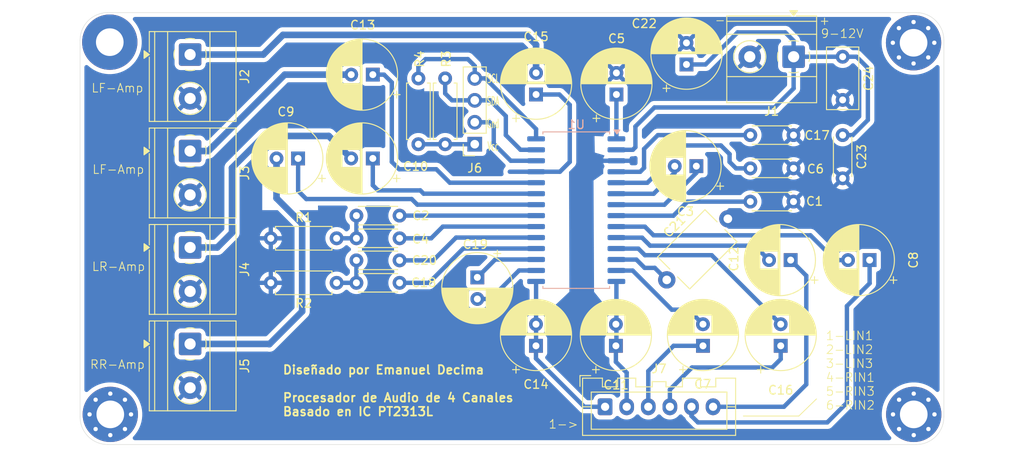
<source format=kicad_pcb>
(kicad_pcb (version 20241229) (generator "pcbnew") (generator_version "9.0")
  (layers (0 "F.Cu" signal) (2 "B.Cu" signal) (13 "F.Paste" user) (15 "B.Paste" user) (5 "F.SilkS" user "F.Silkscreen") (7 "B.SilkS" user "B.Silkscreen") (1 "F.Mask" user) (3 "B.Mask" user) (25 "Edge.Cuts" user))
  (net 0 "")
  (net 1 "GND")
  (net 2 "Net-(U1-LOUD_R)")
  (net 3 "Net-(U1-BOUT_R)")
  (net 4 "Net-(C2-Pad2)")
  (net 5 "Net-(U1-RIN)")
  (net 6 "Net-(U1-ROUT)")
  (net 7 "Net-(U1-BIN_R)")
  (net 8 "Net-(U1-REF)")
  (net 9 "Net-(U1-TREB_R)")
  (net 10 "Net-(U1-LIN3)")
  (net 11 "Net-(U1-RIN3)")
  (net 12 "Net-(U1-RROUT)")
  (net 13 "Net-(J5-Pin_1)")
  (net 14 "Net-(J4-Pin_1)")
  (net 15 "Net-(U1-LROUT)")
  (net 16 "Net-(U1-LIN2)")
  (net 17 "Net-(U1-RIN2)")
  (net 18 "Net-(J3-Pin_1)")
  (net 19 "Net-(U1-RFOUT)")
  (net 20 "Net-(U1-LIN1)")
  (net 21 "Net-(U1-LFOUT)")
  (net 22 "Net-(J2-Pin_1)")
  (net 23 "Net-(U1-RIN1)")
  (net 24 "Net-(U1-TREB_L)")
  (net 25 "Net-(U1-BIN_L)")
  (net 26 "Net-(C18-Pad2)")
  (net 27 "Net-(U1-LOUT)")
  (net 28 "Net-(U1-LIN)")
  (net 29 "Net-(U1-BOUT_L)")
  (net 30 "Net-(U1-LOUD_L)")
  (net 31 "VDD")
  (net 32 "GNDD")
  (net 33 "Net-(J6-Pin_3)")
  (net 34 "+3V3")
  (net 35 "Net-(J6-Pin_4)")
  (net 36 "/LIN3")
  (net 37 "/RIN3")
  (net 38 "/LIN2")
  (net 39 "/RIN2")
  (net 40 "/LIN1")
  (net 41 "/RIN1")
  (footprint "Capacitor_THT:C_Rect_L7.0mm_W3.5mm_P5.00mm" (layer "F.Cu") (at 167.79 45.4275 -90)
    (property "Reference" "C24" (at 2.5 -3 90) (layer "F.SilkS"))
    (property "Value" "4,7nF")
    (pad "1" thru_hole circle (at 0 0 270) (size 1.6 1.6) (drill 0.8) (layers "*.Cu" "*.Mask") (net 31 "VDD"))
    (pad "2" thru_hole circle (at 5 0 270) (size 1.6 1.6) (drill 0.8) (layers "*.Cu" "*.Mask") (net 1 "GND"))
  )
  (footprint "" (layer "F.Cu") (at 82.95 43.74)
    (property "Reference" "" (at 0 0 0) (layer "F.SilkS") (effects (font (size 1.27 1.27))))
    (property "Value" "")
    (pad "1" thru_hole circle (at 0 0) (size 6.4 6.4) (drill 3.2) (layers "*.Cu" "*.Mask"))
  )
  (footprint "Capacitor_THT:CP_Radial_D8.0mm_P2.50mm" (layer "F.Cu") (at 104.752651 57.2 180)
    (property "Reference" "C9" (at 1.41 5.4 0) (layer "F.SilkS"))
    (property "Value" "2.2uF")
    (pad "1" thru_hole rect (at 0 0 180) (size 1.6 1.6) (drill 0.8) (layers "*.Cu" "*.Mask") (net 12 "Net-(U1-RROUT)"))
    (pad "2" thru_hole circle (at 2.5 0 180) (size 1.6 1.6) (drill 0.8) (layers "*.Cu" "*.Mask") (net 13 "Net-(J5-Pin_1)"))
  )
  (footprint "Capacitor_THT:CP_Radial_D8.0mm_P2.50mm" (layer "F.Cu") (at 125.5 70.97 -90)
    (property "Reference" "C19" (at -3.82 0.23 180) (layer "F.SilkS"))
    (property "Value" "2.2uF")
    (pad "1" thru_hole rect (at 0 0 270) (size 1.6 1.6) (drill 0.8) (layers "*.Cu" "*.Mask") (net 27 "Net-(U1-LOUT)"))
    (pad "2" thru_hole circle (at 2.5 0 270) (size 1.6 1.6) (drill 0.8) (layers "*.Cu" "*.Mask") (net 28 "Net-(U1-LIN)"))
  )
  (footprint "Connector_PinSocket_2.54mm:PinSocket_1x04_P2.54mm_Vertical" (layer "F.Cu") (at 125.2 55.555 180)
    (property "Reference" "J6" (at 0 -2.77 0) (layer "F.SilkS"))
    (property "Value" "I2C_Conn")
    (pad "1" thru_hole rect (at 0 0 180) (size 1.7 1.7) (drill 1) (layers "*.Cu" "*.Mask") (net 34 "+3V3"))
    (pad "2" thru_hole oval (at 0 2.54 180) (size 1.7 1.7) (drill 1) (layers "*.Cu" "*.Mask") (net 32 "GNDD"))
    (pad "3" thru_hole oval (at 0 5.08 180) (size 1.7 1.7) (drill 1) (layers "*.Cu" "*.Mask") (net 33 "Net-(J6-Pin_3)"))
    (pad "4" thru_hole oval (at 0 7.62 180) (size 1.7 1.7) (drill 1) (layers "*.Cu" "*.Mask") (net 35 "Net-(J6-Pin_4)"))
  )
  (footprint "Resistor_THT:R_Axial_DIN0207_L6.3mm_D2.5mm_P7.62mm_Horizontal" (layer "F.Cu") (at 118.675 55.555 90)
    (property "Reference" "R4" (at 9.865 0.145 90) (layer "F.SilkS"))
    (property "Value" "5K6")
    (pad "1" thru_hole circle (at 0 0 90) (size 1.6 1.6) (drill 0.8) (layers "*.Cu" "*.Mask") (net 34 "+3V3"))
    (pad "2" thru_hole oval (at 7.62 0 90) (size 1.6 1.6) (drill 0.8) (layers "*.Cu" "*.Mask") (net 35 "Net-(J6-Pin_4)"))
  )
  (footprint "Capacitor_THT:C_Disc_D4.3mm_W1.9mm_P5.00mm" (layer "F.Cu") (at 116.5 66.445 180)
    (property "Reference" "C4" (at -2.43 -0.095 0) (layer "F.SilkS"))
    (property "Value" "100nF")
    (pad "1" thru_hole circle (at 0 0 180) (size 1.6 1.6) (drill 0.8) (layers "*.Cu" "*.Mask") (net 7 "Net-(U1-BIN_R)"))
    (pad "2" thru_hole circle (at 5 0 180) (size 1.6 1.6) (drill 0.8) (layers "*.Cu" "*.Mask") (net 4 "Net-(C2-Pad2)"))
  )
  (footprint "TerminalBlock_Phoenix:TerminalBlock_Phoenix_MKDS-1,5-2-5.08_1x02_P5.08mm_Horizontal" (layer "F.Cu") (at 162.115 45.4275 180)
    (property "Reference" "J1" (at 2.54 -6.32 0) (layer "F.SilkS"))
    (property "Value" "Power 9V")
    (pad "1" thru_hole roundrect (at 0 0 180) (size 2.6 2.6) (drill 1.3) (layers "*.Cu" "*.Mask") (roundrect_rratio 0.096154) (net 31 "VDD"))
    (pad "2" thru_hole circle (at 5.08 0 180) (size 2.6 2.6) (drill 1.3) (layers "*.Cu" "*.Mask") (net 1 "GND"))
  )
  (footprint "Capacitor_THT:C_Disc_D4.3mm_W1.9mm_P5.00mm" (layer "F.Cu") (at 157.1 54.5)
    (property "Reference" "C17" (at 7.74 0.03 0) (layer "F.SilkS"))
    (property "Value" "2,7nF")
    (pad "1" thru_hole circle (at 0 0) (size 1.6 1.6) (drill 0.8) (layers "*.Cu" "*.Mask") (net 24 "Net-(U1-TREB_L)"))
    (pad "2" thru_hole circle (at 5 0) (size 1.6 1.6) (drill 0.8) (layers "*.Cu" "*.Mask") (net 1 "GND"))
  )
  (footprint "Capacitor_THT:C_Disc_D4.3mm_W1.9mm_P5.00mm" (layer "F.Cu") (at 116.5 71.6 180)
    (property "Reference" "C18" (at -2.8 0.02 0) (layer "F.SilkS"))
    (property "Value" "100nF")
    (pad "1" thru_hole circle (at 0 0 180) (size 1.6 1.6) (drill 0.8) (layers "*.Cu" "*.Mask") (net 25 "Net-(U1-BIN_L)"))
    (pad "2" thru_hole circle (at 5 0 180) (size 1.6 1.6) (drill 0.8) (layers "*.Cu" "*.Mask") (net 26 "Net-(C18-Pad2)"))
  )
  (footprint "MountingHole:MountingHole_3.2mm_M3_Pad_Via" (layer "F.Cu") (at 83.01 86.83)
    (property "Reference" "REF**" (hide yes))
    (property "Value" "MountingHole_3.2mm_M3_Pad_Via")
    (pad "1" thru_hole circle (at -2.4 0) (size 0.8 0.8) (drill 0.5) (layers "*.Cu" "*.Mask"))
    (pad "1" thru_hole circle (at -1.697056 -1.697056) (size 0.8 0.8) (drill 0.5) (layers "*.Cu" "*.Mask"))
    (pad "1" thru_hole circle (at -1.697056 1.697056) (size 0.8 0.8) (drill 0.5) (layers "*.Cu" "*.Mask"))
    (pad "1" thru_hole circle (at 0 -2.4) (size 0.8 0.8) (drill 0.5) (layers "*.Cu" "*.Mask"))
    (pad "1" thru_hole circle (at 0 0) (size 6.4 6.4) (drill 3.2) (layers "*.Cu" "*.Mask"))
    (pad "1" thru_hole circle (at 0 2.4) (size 0.8 0.8) (drill 0.5) (layers "*.Cu" "*.Mask"))
    (pad "1" thru_hole circle (at 1.697056 -1.697056) (size 0.8 0.8) (drill 0.5) (layers "*.Cu" "*.Mask"))
    (pad "1" thru_hole circle (at 1.697056 1.697056) (size 0.8 0.8) (drill 0.5) (layers "*.Cu" "*.Mask"))
    (pad "1" thru_hole circle (at 2.4 0) (size 0.8 0.8) (drill 0.5) (layers "*.Cu" "*.Mask"))
  )
  (footprint "Capacitor_THT:CP_Radial_D8.0mm_P2.50mm" (layer "F.Cu") (at 150.852651 58.095 180)
    (property "Reference" "C3" (at 1.25 -5.25 0) (layer "F.SilkS"))
    (property "Value" "2.2uF")
    (pad "1" thru_hole rect (at 0 0 180) (size 1.6 1.6) (drill 0.8) (layers "*.Cu" "*.Mask") (net 6 "Net-(U1-ROUT)"))
    (pad "2" thru_hole circle (at 2.5 0 180) (size 1.6 1.6) (drill 0.8) (layers "*.Cu" "*.Mask") (net 5 "Net-(U1-RIN)"))
  )
  (footprint "Connector_JST:JST_XA_B06B-XASK-1_1x06_P2.50mm_Vertical" (layer "F.Cu") (at 140.29 85.95)
    (property "Reference" "J7" (at 6.25 -4.4 0) (layer "F.SilkS"))
    (property "Value" "Inputs")
    (pad "1" thru_hole roundrect (at 0 0) (size 1.7 1.95) (drill 0.95) (layers "*.Cu" "*.Mask") (roundrect_rratio 0.147059) (net 40 "/LIN1"))
    (pad "2" thru_hole oval (at 2.5 0) (size 1.7 1.95) (drill 0.95) (layers "*.Cu" "*.Mask") (net 38 "/LIN2"))
    (pad "3" thru_hole oval (at 5 0) (size 1.7 1.95) (drill 0.95) (layers "*.Cu" "*.Mask") (net 36 "/LIN3"))
    (pad "4" thru_hole oval (at 7.5 0) (size 1.7 1.95) (drill 0.95) (layers "*.Cu" "*.Mask") (net 41 "/RIN1"))
    (pad "5" thru_hole oval (at 10 0) (size 1.7 1.95) (drill 0.95) (layers "*.Cu" "*.Mask") (net 37 "/RIN3"))
    (pad "6" thru_hole oval (at 12.5 0) (size 1.7 1.95) (drill 0.95) (layers "*.Cu" "*.Mask") (net 39 "/RIN2"))
  )
  (footprint "TerminalBlock_Phoenix:TerminalBlock_Phoenix_MKDS-1,5-2-5.08_1x02_P5.08mm_Horizontal" (layer "F.Cu") (at 92.2475 56.341667 -90)
    (property "Reference" "J3" (at 2.54 -6.32 90) (layer "F.SilkS"))
    (property "Value" "RF_Amp")
    (pad "1" thru_hole roundrect (at 0 0 270) (size 2.6 2.6) (drill 1.3) (layers "*.Cu" "*.Mask") (roundrect_rratio 0.096154) (net 18 "Net-(J3-Pin_1)"))
    (pad "2" thru_hole circle (at 5.08 0 270) (size 2.6 2.6) (drill 1.3) (layers "*.Cu" "*.Mask") (net 1 "GND"))
  )
  (footprint "Capacitor_THT:C_Disc_D4.3mm_W1.9mm_P5.00mm" (layer "F.Cu") (at 167.79 54.5 -90)
    (property "Reference" "C23" (at 2.5 -2.2 270) (layer "F.SilkS"))
    (property "Value" "100nF")
    (pad "1" thru_hole circle (at 0 0 270) (size 1.6 1.6) (drill 0.8) (layers "*.Cu" "*.Mask") (net 31 "VDD"))
    (pad "2" thru_hole circle (at 5 0 270) (size 1.6 1.6) (drill 0.8) (layers "*.Cu" "*.Mask") (net 1 "GND"))
  )
  (footprint "Capacitor_THT:C_Disc_D4.3mm_W1.9mm_P5.00mm" (layer "F.Cu") (at 116.5 69 180)
    (property "Reference" "C20" (at -2.88 0 0) (layer "F.SilkS"))
    (property "Value" "100nF")
    (pad "1" thru_hole circle (at 0 0 180) (size 1.6 1.6) (drill 0.8) (layers "*.Cu" "*.Mask") (net 29 "Net-(U1-BOUT_L)"))
    (pad "2" thru_hole circle (at 5 0 180) (size 1.6 1.6) (drill 0.8) (layers "*.Cu" "*.Mask") (net 26 "Net-(C18-Pad2)"))
  )
  (footprint "Capacitor_THT:CP_Radial_D8.0mm_P2.50mm" (layer "F.Cu") (at 132.3 49.8 90)
    (property "Reference" "C15" (at 6.69 0 180) (layer "F.SilkS"))
    (property "Value" "2.2uF")
    (pad "1" thru_hole rect (at 0 0 90) (size 1.6 1.6) (drill 0.8) (layers "*.Cu" "*.Mask") (net 21 "Net-(U1-LFOUT)"))
    (pad "2" thru_hole circle (at 2.5 0 90) (size 1.6 1.6) (drill 0.8) (layers "*.Cu" "*.Mask") (net 22 "Net-(J2-Pin_1)"))
  )
  (footprint "Capacitor_THT:CP_Radial_D8.0mm_P2.50mm" (layer "F.Cu") (at 170.912651 68.97 180)
    (property "Reference" "C8" (at -5.07 0 270) (layer "F.SilkS"))
    (property "Value" "2.2uF")
    (pad "1" thru_hole rect (at 0 0 180) (size 1.6 1.6) (drill 0.8) (layers "*.Cu" "*.Mask") (net 37 "/RIN3"))
    (pad "2" thru_hole circle (at 2.5 0 180) (size 1.6 1.6) (drill 0.8) (layers "*.Cu" "*.Mask") (net 11 "Net-(U1-RIN3)"))
  )
  (footprint "Resistor_THT:R_Axial_DIN0207_L6.3mm_D2.5mm_P7.62mm_Horizontal" (layer "F.Cu") (at 109.21 71.6 180)
    (property "Reference" "R2" (at 3.81 -2.37 0) (layer "F.SilkS"))
    (property "Value" "5K6")
    (pad "1" thru_hole circle (at 0 0 180) (size 1.6 1.6) (drill 0.8) (layers "*.Cu" "*.Mask") (net 26 "Net-(C18-Pad2)"))
    (pad "2" thru_hole oval (at 7.62 0 180) (size 1.6 1.6) (drill 0.8) (layers "*.Cu" "*.Mask") (net 1 "GND"))
  )
  (footprint "Capacitor_THT:C_Disc_D4.3mm_W1.9mm_P5.00mm" (layer "F.Cu") (at 116.5 63.82 180)
    (property "Reference" "C2" (at -2.47 -0.01 0) (layer "F.SilkS"))
    (property "Value" "100nF")
    (pad "1" thru_hole circle (at 0 0 180) (size 1.6 1.6) (drill 0.8) (layers "*.Cu" "*.Mask") (net 3 "Net-(U1-BOUT_R)"))
    (pad "2" thru_hole circle (at 5 0 180) (size 1.6 1.6) (drill 0.8) (layers "*.Cu" "*.Mask") (net 4 "Net-(C2-Pad2)"))
  )
  (footprint "Resistor_THT:R_Axial_DIN0207_L6.3mm_D2.5mm_P7.62mm_Horizontal" (layer "F.Cu") (at 121.775 55.555 90)
    (property "Reference" "R3" (at 9.865 0.125 90) (layer "F.SilkS"))
    (property "Value" "5K6")
    (pad "1" thru_hole circle (at 0 0 90) (size 1.6 1.6) (drill 0.8) (layers "*.Cu" "*.Mask") (net 34 "+3V3"))
    (pad "2" thru_hole oval (at 7.62 0 90) (size 1.6 1.6) (drill 0.8) (layers "*.Cu" "*.Mask") (net 33 "Net-(J6-Pin_3)"))
  )
  (footprint "Capacitor_THT:CP_Radial_D8.0mm_P2.50mm" (layer "F.Cu") (at 149.71 46.322651 90)
    (property "Reference" "C22" (at 4.732651 -4.89 180) (layer "F.SilkS"))
    (property "Value" "2.2uF")
    (pad "1" thru_hole rect (at 0 0 90) (size 1.6 1.6) (drill 0.8) (layers "*.Cu" "*.Mask") (net 31 "VDD"))
    (pad "2" thru_hole circle (at 2.5 0 90) (size 1.6 1.6) (drill 0.8) (layers "*.Cu" "*.Mask") (net 1 "GND"))
  )
  (footprint "Capacitor_THT:CP_Radial_D8.0mm_P2.50mm" (layer "F.Cu") (at 113.4 57.2 180)
    (property "Reference" "C10" (at -4.96 -0.92 0) (layer "F.SilkS"))
    (property "Value" "2.2uF")
    (pad "1" thru_hole rect (at 0 0 180) (size 1.6 1.6) (drill 0.8) (layers "*.Cu" "*.Mask") (net 15 "Net-(U1-LROUT)"))
    (pad "2" thru_hole circle (at 2.5 0 180) (size 1.6 1.6) (drill 0.8) (layers "*.Cu" "*.Mask") (net 14 "Net-(J4-Pin_1)"))
  )
  (footprint "Capacitor_THT:C_Disc_D4.3mm_W1.9mm_P5.00mm" (layer "F.Cu") (at 157.1 58.35)
    (property "Reference" "C6" (at 7.54 0.07 0) (layer "F.SilkS"))
    (property "Value" "2,7nF")
    (pad "1" thru_hole circle (at 0 0) (size 1.6 1.6) (drill 0.8) (layers "*.Cu" "*.Mask") (net 9 "Net-(U1-TREB_R)"))
    (pad "2" thru_hole circle (at 5 0) (size 1.6 1.6) (drill 0.8) (layers "*.Cu" "*.Mask") (net 1 "GND"))
  )
  (footprint "Capacitor_THT:CP_Radial_D8.0mm_P2.50mm" (layer "F.Cu") (at 113.4 47.5 180)
    (property "Reference" "C13" (at 1.17 5.74 0) (layer "F.SilkS"))
    (property "Value" "2.2uF")
    (pad "1" thru_hole rect (at 0 0 180) (size 1.6 1.6) (drill 0.8) (layers "*.Cu" "*.Mask") (net 19 "Net-(U1-RFOUT)"))
    (pad "2" thru_hole circle (at 2.5 0 180) (size 1.6 1.6) (drill 0.8) (layers "*.Cu" "*.Mask") (net 18 "Net-(J3-Pin_1)"))
  )
  (footprint "TerminalBlock_Phoenix:TerminalBlock_Phoenix_MKDS-1,5-2-5.08_1x02_P5.08mm_Horizontal" (layer "F.Cu") (at 92.2475 78.675 -90)
    (property "Reference" "J5" (at 2.54 -6.32 90) (layer "F.SilkS"))
    (property "Value" "RR_Amp")
    (pad "1" thru_hole roundrect (at 0 0 270) (size 2.6 2.6) (drill 1.3) (layers "*.Cu" "*.Mask") (roundrect_rratio 0.096154) (net 13 "Net-(J5-Pin_1)"))
    (pad "2" thru_hole circle (at 5.08 0 270) (size 2.6 2.6) (drill 1.3) (layers "*.Cu" "*.Mask") (net 1 "GND"))
  )
  (footprint "Capacitor_THT:CP_Radial_D8.0mm_P2.50mm" (layer "F.Cu") (at 161.772651 68.97 180)
    (property "Reference" "C12" (at 6.572651 0.14 90) (layer "F.SilkS"))
    (property "Value" "2.2uF")
    (pad "1" thru_hole rect (at 0 0 180) (size 1.6 1.6) (drill 0.8) (layers "*.Cu" "*.Mask") (net 39 "/RIN2"))
    (pad "2" thru_hole circle (at 2.5 0 180) (size 1.6 1.6) (drill 0.8) (layers "*.Cu" "*.Mask") (net 17 "Net-(U1-RIN2)"))
  )
  (footprint "Capacitor_THT:CP_Radial_D8.0mm_P2.50mm" (layer "F.Cu") (at 151.62 78.892651 90)
    (property "Reference" "C7" (at -4.44 -0.03 180) (layer "F.SilkS"))
    (property "Value" "2.2uF")
    (pad "1" thru_hole rect (at 0 0 90) (size 1.6 1.6) (drill 0.8) (layers "*.Cu" "*.Mask") (net 36 "/LIN3"))
    (pad "2" thru_hole circle (at 2.5 0 90) (size 1.6 1.6) (drill 0.8) (layers "*.Cu" "*.Mask") (net 10 "Net-(U1-LIN3)"))
  )
  (footprint "Resistor_THT:R_Axial_DIN0207_L6.3mm_D2.5mm_P7.62mm_Horizontal" (layer "F.Cu") (at 109.21 66.445 180)
    (property "Reference" "R1" (at 3.81 2.405 0) (layer "F.SilkS"))
    (property "Value" "5K6")
    (pad "1" thru_hole circle (at 0 0 180) (size 1.6 1.6) (drill 0.8) (layers "*.Cu" "*.Mask") (net 4 "Net-(C2-Pad2)"))
    (pad "2" thru_hole oval (at 7.62 0 180) (size 1.6 1.6) (drill 0.8) (layers "*.Cu" "*.Mask") (net 1 "GND"))
  )
  (footprint "Capacitor_THT:CP_Radial_D8.0mm_P2.50mm" (layer "F.Cu") (at 141.54 78.892651 90)
    (property "Reference" "C11" (at -4.53 0.02 180) (layer "F.SilkS"))
    (property "Value" "2.2uF")
    (pad "1" thru_hole rect (at 0 0 90) (size 1.6 1.6) (drill 0.8) (layers "*.Cu" "*.Mask") (net 38 "/LIN2"))
    (pad "2" thru_hole circle (at 2.5 0 90) (size 1.6 1.6) (drill 0.8) (layers "*.Cu" "*.Mask") (net 16 "Net-(U1-LIN2)"))
  )
  (footprint "Capacitor_THT:CP_Radial_D8.0mm_P2.50mm" (layer "F.Cu") (at 141.6 49.8 90)
    (property "Reference" "C5" (at 6.47 0.02 180) (layer "F.SilkS"))
    (property "Value" "22uF")
    (pad "1" thru_hole rect (at 0 0 90) (size 1.6 1.6) (drill 0.8) (layers "*.Cu" "*.Mask") (net 8 "Net-(U1-REF)"))
    (pad "2" thru_hole circle (at 2.5 0 90) (size 1.6 1.6) (drill 0.8) (layers "*.Cu" "*.Mask") (net 1 "GND"))
  )
  (footprint "Capacitor_THT:C_Disc_D4.3mm_W1.9mm_P5.00mm" (layer "F.Cu") (at 157.1 62.2)
    (property "Reference" "C1" (at 7.44 -0.04 0) (layer "F.SilkS"))
    (property "Value" "100nF")
    (pad "1" thru_hole circle (at 0 0) (size 1.6 1.6) (drill 0.8) (layers "*.Cu" "*.Mask") (net 2 "Net-(U1-LOUD_R)"))
    (pad "2" thru_hole circle (at 5 0) (size 1.6 1.6) (drill 0.8) (layers "*.Cu" "*.Mask") (net 1 "GND"))
  )
  (footprint "Capacitor_THT:CP_Radial_D8.0mm_P2.50mm" (layer "F.Cu") (at 132.29 78.892651 90)
    (property "Reference" "C14" (at -4.46 0 180) (layer "F.SilkS"))
    (property "Value" "2.2uF")
    (pad "1" thru_hole rect (at 0 0 90) (size 1.6 1.6) (drill 0.8) (layers "*.Cu" "*.Mask") (net 40 "/LIN1"))
    (pad "2" thru_hole circle (at 2.5 0 90) (size 1.6 1.6) (drill 0.8) (layers "*.Cu" "*.Mask") (net 20 "Net-(U1-LIN1)"))
  )
  (footprint "Capacitor_THT:C_Disc_D7.5mm_W5.0mm_P10.00mm" (layer "F.Cu") (at 147.43 71.26 45)
    (property "Reference" "C21" (at 4.999999 -3.75 45) (layer "F.SilkS"))
    (property "Value" "100nF")
    (pad "1" thru_hole circle (at 0 0 45) (size 2 2) (drill 1) (layers "*.Cu" "*.Mask") (net 30 "Net-(U1-LOUD_L)"))
    (pad "2" thru_hole circle (at 10 0 45) (size 2 2) (drill 1) (layers "*.Cu" "*.Mask") (net 1 "GND"))
  )
  (footprint "MountingHole:MountingHole_3.2mm_M3_Pad_Via" (layer "F.Cu") (at 176.02 86.83)
    (property "Reference" "REF**" (hide yes))
    (property "Value" "MountingHole_3.2mm_M3_Pad_Via")
    (pad "1" thru_hole circle (at -2.4 0) (size 0.8 0.8) (drill 0.5) (layers "*.Cu" "*.Mask"))
    (pad "1" thru_hole circle (at -1.697056 -1.697056) (size 0.8 0.8) (drill 0.5) (layers "*.Cu" "*.Mask"))
    (pad "1" thru_hole circle (at -1.697056 1.697056) (size 0.8 0.8) (drill 0.5) (layers "*.Cu" "*.Mask"))
    (pad "1" thru_hole circle (at 0 -2.4) (size 0.8 0.8) (drill 0.5) (layers "*.Cu" "*.Mask"))
    (pad "1" thru_hole circle (at 0 0) (size 6.4 6.4) (drill 3.2) (layers "*.Cu" "*.Mask"))
    (pad "1" thru_hole circle (at 0 2.4) (size 0.8 0.8) (drill 0.5) (layers "*.Cu" "*.Mask"))
    (pad "1" thru_hole circle (at 1.697056 -1.697056) (size 0.8 0.8) (drill 0.5) (layers "*.Cu" "*.Mask"))
    (pad "1" thru_hole circle (at 1.697056 1.697056) (size 0.8 0.8) (drill 0.5) (layers "*.Cu" "*.Mask"))
    (pad "1" thru_hole circle (at 2.4 0) (size 0.8 0.8) (drill 0.5) (layers "*.Cu" "*.Mask"))
  )
  (footprint "TerminalBlock_Phoenix:TerminalBlock_Phoenix_MKDS-1,5-2-5.08_1x02_P5.08mm_Horizontal" (layer "F.Cu") (at 92.2475 67.508333 -90)
    (property "Reference" "J4" (at 2.54 -6.32 90) (layer "F.SilkS"))
    (property "Value" "LR_Amp")
    (pad "1" thru_hole roundrect (at 0 0 270) (size 2.6 2.6) (drill 1.3) (layers "*.Cu" "*.Mask") (roundrect_rratio 0.096154) (net 14 "Net-(J4-Pin_1)"))
    (pad "2" thru_hole circle (at 5.08 0 270) (size 2.6 2.6) (drill 1.3) (layers "*.Cu" "*.Mask") (net 1 "GND"))
  )
  (footprint "TerminalBlock_Phoenix:TerminalBlock_Phoenix_MKDS-1,5-2-5.08_1x02_P5.08mm_Horizontal" (layer "F.Cu") (at 92.2475 45.175 -90)
    (property "Reference" "J2" (at 2.54 -6.32 90) (layer "F.SilkS"))
    (property "Value" "LF_Amp")
    (pad "1" thru_hole roundrect (at 0 0 270) (size 2.6 2.6) (drill 1.3) (layers "*.Cu" "*.Mask") (roundrect_rratio 0.096154) (net 22 "Net-(J2-Pin_1)"))
    (pad "2" thru_hole circle (at 5.08 0 270) (size 2.6 2.6) (drill 1.3) (layers "*.Cu" "*.Mask") (net 1 "GND"))
  )
  (footprint "Capacitor_THT:CP_Radial_D8.0mm_P2.50mm" (layer "F.Cu") (at 160.62 78.892651 90)
    (property "Reference" "C16" (at -5.13 0 180) (layer "F.SilkS"))
    (property "Value" "2.2uF")
    (pad "1" thru_hole rect (at 0 0 90) (size 1.6 1.6) (drill 0.8) (layers "*.Cu" "*.Mask") (net 41 "/RIN1"))
    (pad "2" thru_hole circle (at 2.5 0 90) (size 1.6 1.6) (drill 0.8) (layers "*.Cu" "*.Mask") (net 23 "Net-(U1-RIN1)"))
  )
  (footprint "MountingHole:MountingHole_3.2mm_M3_Pad_Via" (layer "F.Cu") (at 176 43.81)
    (property "Reference" "REF**" (hide yes))
    (property "Value" "MountingHole_3.2mm_M3_Pad_Via")
    (pad "1" thru_hole circle (at -2.4 0) (size 0.8 0.8) (drill 0.5) (layers "*.Cu" "*.Mask"))
    (pad "1" thru_hole circle (at -1.697056 -1.697056) (size 0.8 0.8) (drill 0.5) (layers "*.Cu" "*.Mask"))
    (pad "1" thru_hole circle (at -1.697056 1.697056) (size 0.8 0.8) (drill 0.5) (layers "*.Cu" "*.Mask"))
    (pad "1" thru_hole circle (at 0 -2.4) (size 0.8 0.8) (drill 0.5) (layers "*.Cu" "*.Mask"))
    (pad "1" thru_hole circle (at 0 0) (size 6.4 6.4) (drill 3.2) (layers "*.Cu" "*.Mask"))
    (pad "1" thru_hole circle (at 0 2.4) (size 0.8 0.8) (drill 0.5) (layers "*.Cu" "*.Mask"))
    (pad "1" thru_hole circle (at 1.697056 -1.697056) (size 0.8 0.8) (drill 0.5) (layers "*.Cu" "*.Mask"))
    (pad "1" thru_hole circle (at 1.697056 1.697056) (size 0.8 0.8) (drill 0.5) (layers "*.Cu" "*.Mask"))
    (pad "1" thru_hole circle (at 2.4 0) (size 0.8 0.8) (drill 0.5) (layers "*.Cu" "*.Mask"))
  )
  (footprint "Package_SO:SOIC-28W_7.5x17.9mm_P1.27mm" (layer "B.Cu") (at 136.95 63.185 180)
    (property "Reference" "U1" (at 0 9.9 0) (layer "B.SilkS") (effects (justify mirror)))
    (property "Value" "PT2313")
    (pad "1" smd roundrect (at -4.65 8.255 180) (size 2.05 0.6) (layers "B.Cu" "B.Mask" "B.Paste") (net 8 "Net-(U1-REF)"))
    (pad "2" smd roundrect (at -4.65 6.985 180) (size 2.05 0.6) (layers "B.Cu" "B.Mask" "B.Paste") (net 31 "VDD"))
    (pad "3" smd roundrect (at -4.65 5.715 180) (size 2.05 0.6) (layers "B.Cu" "B.Mask" "B.Paste") (net 1 "GND"))
    (pad "4" smd roundrect (at -4.65 4.445 180) (size 2.05 0.6) (layers "B.Cu" "B.Mask" "B.Paste") (net 24 "Net-(U1-TREB_L)"))
    (pad "5" smd roundrect (at -4.65 3.175 180) (size 2.05 0.6) (layers "B.Cu" "B.Mask" "B.Paste") (net 9 "Net-(U1-TREB_R)"))
    (pad "6" smd roundrect (at -4.65 1.905 180) (size 2.05 0.6) (layers "B.Cu" "B.Mask" "B.Paste") (net 5 "Net-(U1-RIN)"))
    (pad "7" smd roundrect (at -4.65 0.635 180) (size 2.05 0.6) (layers "B.Cu" "B.Mask" "B.Paste") (net 6 "Net-(U1-ROUT)"))
    (pad "8" smd roundrect (at -4.65 -0.635 180) (size 2.05 0.6) (layers "B.Cu" "B.Mask" "B.Paste") (net 2 "Net-(U1-LOUD_R)"))
    (pad "9" smd roundrect (at -4.65 -1.905 180) (size 2.05 0.6) (layers "B.Cu" "B.Mask" "B.Paste") (net 11 "Net-(U1-RIN3)"))
    (pad "10" smd roundrect (at -4.65 -3.175 180) (size 2.05 0.6) (layers "B.Cu" "B.Mask" "B.Paste") (net 17 "Net-(U1-RIN2)"))
    (pad "11" smd roundrect (at -4.65 -4.445 180) (size 2.05 0.6) (layers "B.Cu" "B.Mask" "B.Paste") (net 23 "Net-(U1-RIN1)"))
    (pad "12" smd roundrect (at -4.65 -5.715 180) (size 2.05 0.6) (layers "B.Cu" "B.Mask" "B.Paste") (net 30 "Net-(U1-LOUD_L)"))
    (pad "13" smd roundrect (at -4.65 -6.985 180) (size 2.05 0.6) (layers "B.Cu" "B.Mask" "B.Paste") (net 10 "Net-(U1-LIN3)"))
    (pad "14" smd roundrect (at -4.65 -8.255 180) (size 2.05 0.6) (layers "B.Cu" "B.Mask" "B.Paste") (net 16 "Net-(U1-LIN2)"))
    (pad "15" smd roundrect (at 4.65 -8.255 180) (size 2.05 0.6) (layers "B.Cu" "B.Mask" "B.Paste") (net 20 "Net-(U1-LIN1)"))
    (pad "16" smd roundrect (at 4.65 -6.985 180) (size 2.05 0.6) (layers "B.Cu" "B.Mask" "B.Paste") (net 28 "Net-(U1-LIN)"))
    (pad "17" smd roundrect (at 4.65 -5.715 180) (size 2.05 0.6) (layers "B.Cu" "B.Mask" "B.Paste") (net 27 "Net-(U1-LOUT)"))
    (pad "18" smd roundrect (at 4.65 -4.445 180) (size 2.05 0.6) (layers "B.Cu" "B.Mask" "B.Paste") (net 25 "Net-(U1-BIN_L)"))
    (pad "19" smd roundrect (at 4.65 -3.175 180) (size 2.05 0.6) (layers "B.Cu" "B.Mask" "B.Paste") (net 29 "Net-(U1-BOUT_L)"))
    (pad "20" smd roundrect (at 4.65 -1.905 180) (size 2.05 0.6) (layers "B.Cu" "B.Mask" "B.Paste") (net 7 "Net-(U1-BIN_R)"))
    (pad "21" smd roundrect (at 4.65 -0.635 180) (size 2.05 0.6) (layers "B.Cu" "B.Mask" "B.Paste") (net 3 "Net-(U1-BOUT_R)"))
    (pad "22" smd roundrect (at 4.65 0.635 180) (size 2.05 0.6) (layers "B.Cu" "B.Mask" "B.Paste") (net 12 "Net-(U1-RROUT)"))
    (pad "23" smd roundrect (at 4.65 1.905 180) (size 2.05 0.6) (layers "B.Cu" "B.Mask" "B.Paste") (net 15 "Net-(U1-LROUT)"))
    (pad "24" smd roundrect (at 4.65 3.175 180) (size 2.05 0.6) (layers "B.Cu" "B.Mask" "B.Paste") (net 19 "Net-(U1-RFOUT)"))
    (pad "25" smd roundrect (at 4.65 4.445 180) (size 2.05 0.6) (layers "B.Cu" "B.Mask" "B.Paste") (net 21 "Net-(U1-LFOUT)"))
    (pad "26" smd roundrect (at 4.65 5.715 180) (size 2.05 0.6) (layers "B.Cu" "B.Mask" "B.Paste") (net 32 "GNDD"))
    (pad "27" smd roundrect (at 4.65 6.985 180) (size 2.05 0.6) (layers "B.Cu" "B.Mask" "B.Paste") (net 33 "Net-(J6-Pin_3)"))
    (pad "28" smd roundrect (at 4.65 8.255 180) (size 2.05 0.6) (layers "B.Cu" "B.Mask" "B.Paste") (net 35 "Net-(J6-Pin_4)"))
  )
  (gr_line (start 162.72 87.02) (end 164.76 85.04) (stroke (width 0.1)) (layer "F.SilkS"))
  (gr_line (start 156.3 87.02) (end 162.72 87.02) (stroke (width 0.1)) (layer "F.SilkS"))
  (gr_arc (start 179.51 87.12) (mid 178.572742 89.382742) (end 176.31 90.32) (stroke (width 0.05)) (layer "Edge.Cuts"))
  (gr_line (start 179.51 43.52) (end 179.51 87.12) (stroke (width 0.05)) (layer "Edge.Cuts"))
  (gr_line (start 176.31 90.32) (end 82.71 90.32) (stroke (width 0.05)) (layer "Edge.Cuts"))
  (gr_arc (start 82.71 90.32) (mid 80.447258 89.382742) (end 79.51 87.12) (stroke (width 0.05)) (layer "Edge.Cuts"))
  (gr_arc (start 176.31 40.32) (mid 178.572742 41.257258) (end 179.51 43.52) (stroke (width 0.05)) (layer "Edge.Cuts"))
  (gr_arc (start 79.51 43.52) (mid 80.447258 41.257258) (end 82.71 40.32) (stroke (width 0.05)) (layer "Edge.Cuts"))
  (gr_line (start 82.71 40.32) (end 176.31 40.32) (stroke (width 0.05)) (layer "Edge.Cuts"))
  (gr_line (start 79.51 87.12) (end 79.51 43.52) (stroke (width 0.05)) (layer "Edge.Cuts"))
  (gr_text "LR-Amp" (at 80.83 70.31 0) (layer "F.SilkS") (effects (font (size 1 1) (thickness 0.1)) (justify left bottom)))
  (gr_text "9-12V" (at 165.2 43.33 0) (layer "F.SilkS") (effects (font (size 1 1) (thickness 0.1)) (justify left bottom)))
  (gr_text "SCL\n" (at 126.57 48.55 0) (layer "F.SilkS") (effects (font (size 1 0.5) (thickness 0.1)) (justify left bottom)))
  (gr_text "1->" (at 133.69 88.55 0) (layer "F.SilkS") (effects (font (size 1 1) (thickness 0.1)) (justify left bottom)))
  (gr_text "LF-Amp" (at 80.87 59.06 0) (layer "F.SilkS") (effects (font (size 1 1) (thickness 0.1)) (justify left bottom)))
  (gr_text "SDA" (at 126.558096 51.163333 0) (layer "F.SilkS") (effects (font (size 1 0.5) (thickness 0.1)) (justify left bottom)))
  (gr_text "RR-Amp" (at 80.61 81.64 0) (layer "F.SilkS") (effects (font (size 1 1) (thickness 0.1)) (justify left bottom)))
  (gr_text "-" (at 152.92 41.77 0) (layer "F.SilkS") (effects (font (size 1 1) (thickness 0.1)) (justify left bottom)))
  (gr_text "LF-Amp" (at 80.77 49.64 0) (layer "F.SilkS") (effects (font (size 1 1) (thickness 0.1)) (justify left bottom)))
  (gr_text "+" (at 165.01 41.83 0) (layer "F.SilkS") (effects (font (size 1 1) (thickness 0.1)) (justify left bottom)))
  (gr_text "Gnd" (at 126.558095 53.776667 0) (layer "F.SilkS") (effects (font (size 1 0.5) (thickness 0.1)) (justify left bottom)))
  (gr_text "Diseñado por Emanuel Decima\n\nProcesador de Audio de 4 Canales\nBasado en IC PT2313L" (at 102.89 87.09 0) (layer "F.SilkS") (effects (font (size 1 1) (thickness 0.2) (bold yes)) (justify left bottom)))
  (gr_text "1-LIN1\n2-LIN2\n3-LIN3\n4-RIN1\n5-RIN3\n6-RIN2" (at 165.78 86.36 0) (layer "F.SilkS") (effects (font (size 1 1) (thickness 0.1)) (justify left bottom)))
  (gr_text "Vcc" (at 126.61762 56.39 0) (layer "F.SilkS") (effects (font (size 1 0.5) (thickness 0.1)) (justify left bottom)))
  (segment (start 148.2 63.83) (end 149.83 62.2) (width 0.508) (layer "B.Cu") (net 2))
  (segment (start 149.83 62.2) (end 157 62.2) (width 0.508) (layer "B.Cu") (net 2))
  (segment (start 141.6 63.83) (end 148.2 63.83) (width 0.508) (layer "B.Cu") (net 2))
  (segment (start 132.3 63.82) (end 116.5 63.82) (width 0.508) (layer "B.Cu") (net 3))
  (segment (start 111.5 63.82) (end 111.5 66.445) (width 0.508) (layer "B.Cu") (net 4))
  (segment (start 111.5 66.445) (end 109.21 66.445) (width 0.508) (layer "B.Cu") (net 4))
  (segment (start 141.6 61.29) (end 145.91 61.29) (width 0.508) (layer "B.Cu") (net 5))
  (segment (start 145.91 61.29) (end 148.352651 58.847349) (width 0.508) (layer "B.Cu") (net 5))
  (segment (start 148.352651 58.847349) (end 148.352651 58.095) (width 0.508) (layer "B.Cu") (net 5))
  (segment (start 147.16 62.56) (end 150.852651 58.867349) (width 0.508) (layer "B.Cu") (net 6))
  (segment (start 141.6 62.56) (end 147.16 62.56) (width 0.508) (layer "B.Cu") (net 6))
  (segment (start 150.852651 58.867349) (end 150.852651 58.095) (width 0.508) (layer "B.Cu") (net 6))
  (segment (start 132.3 65.09) (end 121.51 65.09) (width 0.508) (layer "B.Cu") (net 7))
  (segment (start 120.155 66.445) (end 116.5 66.445) (width 0.508) (layer "B.Cu") (net 7))
  (segment (start 121.51 65.09) (end 120.155 66.445) (width 0.508) (layer "B.Cu") (net 7))
  (segment (start 141.6 54.93) (end 141.6 49.8) (width 0.508) (layer "B.Cu") (net 8))
  (segment (start 145.18 60.02) (end 141.6 60.02) (width 0.508) (layer "B.Cu") (net 9))
  (segment (start 146 59.2) (end 145.18 60.02) (width 0.508) (layer "B.Cu") (net 9))
  (segment (start 147 55.7) (end 146 56.7) (width 0.508) (layer "B.Cu") (net 9))
  (segment (start 146 56.7) (end 146 59.2) (width 0.508) (layer "B.Cu") (net 9))
  (segment (start 153.7 55.7) (end 147 55.7) (width 0.508) (layer "B.Cu") (net 9))
  (segment (start 154.7 56.7) (end 153.7 55.7) (width 0.508) (layer "B.Cu") (net 9))
  (segment (start 154.7 57.6) (end 154.7 56.7) (width 0.508) (layer "B.Cu") (net 9))
  (segment (start 157.1 58.35) (end 155.45 58.35) (width 0.508) (layer "B.Cu") (net 9))
  (segment (start 155.45 58.35) (end 154.7 57.6) (width 0.508) (layer "B.Cu") (net 9))
  (segment (start 143.48 70.18) (end 148.01 74.71) (width 0.508) (layer "B.Cu") (net 10))
  (segment (start 149.937349 74.71) (end 151.62 76.392651) (width 0.508) (layer "B.Cu") (net 10))
  (segment (start 141.6 70.18) (end 143.48 70.18) (width 0.508) (layer "B.Cu") (net 10))
  (segment (start 148.01 74.71) (end 149.937349 74.71) (width 0.508) (layer "B.Cu") (net 10))
  (segment (start 166.93 68.97) (end 168.412651 68.97) (width 0.508) (layer "B.Cu") (net 11))
  (segment (start 144.9 65.1) (end 145.9 66.1) (width 0.508) (layer "B.Cu") (net 11))
  (segment (start 164.06 66.1) (end 166.93 68.97) (width 0.508) (layer "B.Cu") (net 11))
  (segment (start 141.6 65.1) (end 144.9 65.1) (width 0.508) (layer "B.Cu") (net 11))
  (segment (start 145.9 66.1) (end 164.06 66.1) (width 0.508) (layer "B.Cu") (net 11))
  (segment (start 117.9 61.9) (end 105.7 61.9) (width 0.508) (layer "B.Cu") (net 12))
  (segment (start 132.3 62.55) (end 118.55 62.55) (width 0.508) (layer "B.Cu") (net 12))
  (segment (start 118.55 62.55) (end 117.9 61.9) (width 0.508) (layer "B.Cu") (net 12))
  (segment (start 105.7 61.9) (end 104.752651 60.952651) (width 0.508) (layer "B.Cu") (net 12))
  (segment (start 104.752651 60.952651) (end 104.752651 57.2) (width 0.508) (layer "B.Cu") (net 12))
  (segment (start 102.252651 61.802651) (end 102.252651 57.2) (width 0.762) (layer "B.Cu") (net 13))
  (segment (start 105.22 74.91) (end 105.22 64.77) (width 0.762) (layer "B.Cu") (net 13))
  (segment (start 101.43 78.7) (end 101.405 78.675) (width 0.762) (layer "B.Cu") (net 13))
  (segment (start 105.22 64.77) (end 102.252651 61.802651) (width 0.762) (layer "B.Cu") (net 13))
  (segment (start 101.405 78.675) (end 92.2475 78.675) (width 0.762) (layer "B.Cu") (net 13))
  (segment (start 101.43 78.7) (end 105.22 74.91) (width 0.762) (layer "B.Cu") (net 13))
  (segment (start 97.1 58.3) (end 97.1 65.8) (width 0.762) (layer "B.Cu") (net 14))
  (segment (start 95.391667 67.508333) (end 92.2475 67.508333) (width 0.762) (layer "B.Cu") (net 14))
  (segment (start 108.3 54.6) (end 100.8 54.6) (width 0.762) (layer "B.Cu") (net 14))
  (segment (start 110.9 57.2) (end 108.3 54.6) (width 0.762) (layer "B.Cu") (net 14))
  (segment (start 97.1 65.8) (end 95.391667 67.508333) (width 0.762) (layer "B.Cu") (net 14))
  (segment (start 100.8 54.6) (end 97.1 58.3) (width 0.762) (layer "B.Cu") (net 14))
  (segment (start 114 60.9) (end 113.4 60.3) (width 0.508) (layer "B.Cu") (net 15))
  (segment (start 118.9 60.9) (end 114 60.9) (width 0.508) (layer "B.Cu") (net 15))
  (segment (start 132.3 61.28) (end 119.28 61.28) (width 0.508) (layer "B.Cu") (net 15))
  (segment (start 113.4 60.3) (end 113.4 57.2) (width 0.508) (layer "B.Cu") (net 15))
  (segment (start 119.28 61.28) (end 118.9 60.9) (width 0.508) (layer "B.Cu") (net 15))
  (segment (start 141.6 71.45) (end 141.6 78.05) (width 0.508) (layer "B.Cu") (net 16))
  (segment (start 144.57 66.37) (end 145.5 67.3) (width 0.508) (layer "B.Cu") (net 17))
  (segment (start 141.6 66.37) (end 144.57 66.37) (width 0.508) (layer "B.Cu") (net 17))
  (segment (start 157.602651 67.3) (end 159.272651 68.97) (width 0.508) (layer "B.Cu") (net 17))
  (segment (start 145.5 67.3) (end 157.602651 67.3) (width 0.508) (layer "B.Cu") (net 17))
  (segment (start 95.01 55.69) (end 94.358333 56.341667) (width 0.762) (layer "B.Cu") (net 18))
  (segment (start 110.9 47.5) (end 103.2 47.5) (width 0.762) (layer "B.Cu") (net 18))
  (segment (start 94.358333 56.341667) (end 92.2475 56.341667) (width 0.762) (layer "B.Cu") (net 18))
  (segment (start 103.2 47.5) (end 95.01 55.69) (width 0.762) (layer "B.Cu") (net 18))
  (segment (start 120.75 58.45) (end 116.45 58.45) (width 0.508) (layer "B.Cu") (net 19))
  (segment (start 132.3 60.01) (end 122.31 60.01) (width 0.508) (layer "B.Cu") (net 19))
  (segment (start 115.6 48.4) (end 114.7 47.5) (width 0.508) (layer "B.Cu") (net 19))
  (segment (start 114.7 47.5) (end 113.4 47.5) (width 0.508) (layer "B.Cu") (net 19))
  (segment (start 116.45 58.45) (end 115.6 57.6) (width 0.508) (layer "B.Cu") (net 19))
  (segment (start 115.6 57.6) (end 115.6 48.4) (width 0.508) (layer "B.Cu") (net 19))
  (segment (start 122.31 60.01) (end 120.75 58.45) (width 0.508) (layer "B.Cu") (net 19))
  (segment (start 132.3 71.45) (end 132.3 78.05) (width 0.508) (layer "B.Cu") (net 20))
  (segment (start 132.3 58.74) (end 135.06 58.74) (width 0.508) (layer "B.Cu") (net 21))
  (segment (start 136.2 57.6) (end 136.2 51) (width 0.508) (layer "B.Cu") (net 21))
  (segment (start 135 49.8) (end 132.3 49.8) (width 0.508) (layer "B.Cu") (net 21))
  (segment (start 136.2 51) (end 135 49.8) (width 0.508) (layer "B.Cu") (net 21))
  (segment (start 132.3 58.74) (end 129.26 58.74) (width 0.508) (layer "B.Cu") (net 21))
  (segment (start 135.06 58.74) (end 136.2 57.6) (width 0.508) (layer "B.Cu") (net 21))
  (segment (start 92.2475 45.175) (end 100.725 45.175) (width 0.762) (layer "B.Cu") (net 22))
  (segment (start 100.725 45.175) (end 103 42.9) (width 0.762) (layer "B.Cu") (net 22))
  (segment (start 132.3 44.04) (end 132.3 47.3) (width 0.762) (layer "B.Cu") (net 22))
  (segment (start 103 42.9) (end 131.16 42.9) (width 0.762) (layer "B.Cu") (net 22))
  (segment (start 131.16 42.9) (end 132.3 44.04) (width 0.762) (layer "B.Cu") (net 22))
  (segment (start 141.6 67.64) (end 144.14 67.64) (width 0.508) (layer "B.Cu") (net 23))
  (segment (start 152.627349 68.4) (end 160.62 76.392651) (width 0.508) (layer "B.Cu") (net 23))
  (segment (start 144.14 67.64) (end 144.9 68.4) (width 0.508) (layer "B.Cu") (net 23))
  (segment (start 144.9 68.4) (end 152.627349 68.4) (width 0.508) (layer "B.Cu") (net 23))
  (segment (start 144.8 56.1) (end 144.8 58.3) (width 0.508) (layer "B.Cu") (net 24))
  (segment (start 146.4 54.5) (end 144.8 56.1) (width 0.508) (layer "B.Cu") (net 24))
  (segment (start 144.8 58.3) (end 144.35 58.75) (width 0.508) (layer "B.Cu") (net 24))
  (segment (start 144.35 58.75) (end 141.6 58.75) (width 0.508) (layer "B.Cu") (net 24))
  (segment (start 157.1 54.5) (end 146.4 54.5) (width 0.508) (layer "B.Cu") (net 24))
  (segment (start 132.3 67.63) (end 123.87 67.63) (width 0.508) (layer "B.Cu") (net 25))
  (segment (start 123.87 67.63) (end 119.9 71.6) (width 0.508) (layer "B.Cu") (net 25))
  (segment (start 119.9 71.6) (end 116.5 71.6) (width 0.508) (layer "B.Cu") (net 25))
  (segment (start 111.5 69) (end 111.5 71.6) (width 0.508) (layer "B.Cu") (net 26))
  (segment (start 111.5 71.6) (end 109.21 71.6) (width 0.508) (layer "B.Cu") (net 26))
  (segment (start 132.3 68.9) (end 127.57 68.9) (width 0.508) (layer "B.Cu") (net 27))
  (segment (start 127.57 68.9) (end 125.5 70.97) (width 0.508) (layer "B.Cu") (net 27))
  (segment (start 130.33 70.17) (end 127.03 73.47) (width 0.508) (layer "B.Cu") (net 28))
  (segment (start 127.03 73.47) (end 125.5 73.47) (width 0.508) (layer "B.Cu") (net 28))
  (segment (start 132.3 70.17) (end 130.33 70.17) (width 0.508) (layer "B.Cu") (net 28))
  (segment (start 120.4 69) (end 116.5 69) (width 0.508) (layer "B.Cu") (net 29))
  (segment (start 132.3 66.36) (end 123.04 66.36) (width 0.508) (layer "B.Cu") (net 29))
  (segment (start 123.04 66.36) (end 120.4 69) (width 0.508) (layer "B.Cu") (net 29))
  (segment (start 143.91 68.91) (end 141.6 68.91) (width 0.508) (layer "B.Cu") (net 30))
  (segment (start 146.04 69.87) (end 144.87 69.87) (width 0.508) (layer "B.Cu") (net 30))
  (segment (start 147.43 71.26) (end 146.04 69.87) (width 0.508) (layer "B.Cu") (net 30))
  (segment (start 144.87 69.87) (end 143.91 68.91) (width 0.508) (layer "B.Cu") (net 30))
  (segment (start 168.96 54.5) (end 167.79 54.5) (width 0.508) (layer "B.Cu") (net 31))
  (segment (start 159.91 51.3) (end 162.115 49.095) (width 0.508) (layer "B.Cu") (net 31))
  (segment (start 167.79 45.4275) (end 169.3975 45.4275) (width 0.508) (layer "B.Cu") (net 31))
  (segment (start 149.71 46.322651) (end 151.917349 46.322651) (width 0.508) (layer "B.Cu") (net 31))
  (segment (start 162.115 49.095) (end 162.115 45.4275) (width 0.508) (layer "B.Cu") (net 31))
  (segment (start 143.8 55.9) (end 143.8 53.5) (width 0.508) (layer "B.Cu") (net 31))
  (segment (start 170.71 52.75) (end 168.96 54.5) (width 0.508) (layer "B.Cu") (net 31))
  (segment (start 155.63 42.61) (end 161.14 42.61) (width 0.508) (layer "B.Cu") (net 31))
  (segment (start 161.14 42.61) (end 162.115 43.585) (width 0.508) (layer "B.Cu") (net 31))
  (segment (start 167.79 45.4275) (end 162.115 45.4275) (width 0.508) (layer "B.Cu") (net 31))
  (segment (start 170.71 46.74) (end 170.71 52.75) (width 0.508) (layer "B.Cu") (net 31))
  (segment (start 169.3975 45.4275) (end 170.71 46.74) (width 0.508) (layer "B.Cu") (net 31))
  (segment (start 143.5 56.2) (end 143.8 55.9) (width 0.508) (layer "B.Cu") (net 31))
  (segment (start 141.6 56.2) (end 143.5 56.2) (width 0.508) (layer "B.Cu") (net 31))
  (segment (start 151.917349 46.322651) (end 155.63 42.61) (width 0.508) (layer "B.Cu") (net 31))
  (segment (start 143.8 53.5) (end 146 51.3) (width 0.508) (layer "B.Cu") (net 31))
  (segment (start 146 51.3) (end 159.91 51.3) (width 0.508) (layer "B.Cu") (net 31))
  (segment (start 162.115 43.585) (end 162.115 45.4275) (width 0.508) (layer "B.Cu") (net 31))
  (segment (start 129.37 57.47) (end 127.4 55.5) (width 0.508) (layer "B.Cu") (net 32))
  (segment (start 127.4 55.5) (end 127.4 53.5) (width 0.508) (layer "B.Cu") (net 32))
  (segment (start 126.915 53.015) (end 125.2 53.015) (width 0.508) (layer "B.Cu") (net 32))
  (segment (start 132.3 57.47) (end 129.37 57.47) (width 0.508) (layer "B.Cu") (net 32))
  (segment (start 127.4 53.5) (end 126.915 53.015) (width 0.508) (layer "B.Cu") (net 32))
  (segment (start 125.2 50.475) (end 122.575 50.475) (width 0.508) (layer "B.Cu") (net 33))
  (segment (start 130.5 56.2) (end 128.8 54.5) (width 0.508) (layer "B.Cu") (net 33))
  (segment (start 121.775 49.675) (end 121.775 47.935) (width 0.508) (layer "B.Cu") (net 33))
  (segment (start 128.8 54.5) (end 128.8 52.3) (width 0.508) (layer "B.Cu") (net 33))
  (segment (start 126.975 50.475) (end 125.2 50.475) (width 0.508) (layer "B.Cu") (net 33))
  (segment (start 128.8 52.3) (end 126.975 50.475) (width 0.508) (layer "B.Cu") (net 33))
  (segment (start 122.575 50.475) (end 121.775 49.675) (width 0.508) (layer "B.Cu") (net 33))
  (segment (start 132.3 56.2) (end 130.5 56.2) (width 0.508) (layer "B.Cu") (net 33))
  (segment (start 125.2 55.555) (end 121.775 55.555) (width 0.508) (layer "B.Cu") (net 34))
  (segment (start 121.775 55.555) (end 118.675 55.555) (width 0.508) (layer "B.Cu") (net 34))
  (segment (start 125.2 47.935) (end 125.2 46.5) (width 0.508) (layer "B.Cu") (net 35))
  (segment (start 118.675 46.525) (end 118.675 47.935) (width 0.508) (layer "B.Cu") (net 35))
  (segment (start 126.435 47.935) (end 132.3 53.8) (width 0.508) (layer "B.Cu") (net 35))
  (segment (start 125.2 46.5) (end 124.4 45.7) (width 0.508) (layer "B.Cu") (net 35))
  (segment (start 119.5 45.7) (end 118.675 46.525) (width 0.508) (layer "B.Cu") (net 35))
  (segment (start 125.2 47.935) (end 126.435 47.935) (width 0.508) (layer "B.Cu") (net 35))
  (segment (start 124.4 45.7) (end 119.5 45.7) (width 0.508) (layer "B.Cu") (net 35))
  (segment (start 132.3 53.8) (end 132.3 54.93) (width 0.508) (layer "B.Cu") (net 35))
  (segment (start 145.29 85.95) (end 145.29 81.82) (width 0.508) (layer "B.Cu") (net 36))
  (segment (start 148.217349 78.892651) (end 151.62 78.892651) (width 0.508) (layer "B.Cu") (net 36))
  (segment (start 145.29 81.82) (end 148.217349 78.892651) (width 0.508) (layer "B.Cu") (net 36))
  (segment (start 150.29 85.95) (end 150.29 87.01) (width 0.508) (layer "B.Cu") (net 37))
  (segment (start 168.285 74.285) (end 170.912651 71.657349) (width 0.508) (layer "B.Cu") (net 37))
  (segment (start 151.04 87.76) (end 166.01 87.76) (width 0.508) (layer "B.Cu") (net 37))
  (segment (start 170.912651 71.657349) (end 170.912651 68.97) (width 0.508) (layer "B.Cu") (net 37))
  (segment (start 166.01 87.76) (end 168.285 85.485) (width 0.508) (layer "B.Cu") (net 37))
  (segment (start 150.29 87.01) (end 151.04 87.76) (width 0.508) (layer "B.Cu") (net 37))
  (segment (start 168.285 85.485) (end 168.285 74.285) (width 0.508) (layer "B.Cu") (net 37))
  (segment (start 141.54 80.75) (end 142.79 82) (width 0.508) (layer "B.Cu") (net 38))
  (segment (start 141.54 78.892651) (end 141.54 80.75) (width 0.508) (layer "B.Cu") (net 38))
  (segment (start 142.79 82) (end 142.79 85.95) (width 0.508) (layer "B.Cu") (net 38))
  (segment (start 152.79 85.95) (end 160.99 85.95) (width 0.508) (layer "B.Cu") (net 39))
  (segment (start 160.99 85.95) (end 163.58 83.36) (width 0.508) (layer "B.Cu") (net 39))
  (segment (start 161.772651 68.97) (end 163.58 70.777349) (width 0.508) (layer "B.Cu") (net 39))
  (segment (start 163.58 70.777349) (end 163.58 83.36) (width 0.508) (layer "B.Cu") (net 39))
  (segment (start 132.29 78.892651) (end 132.29 80.36) (width 0.508) (layer "B.Cu") (net 40))
  (segment (start 132.29 80.36) (end 137.88 85.95) (width 0.508) (layer "B.Cu") (net 40))
  (segment (start 137.88 85.95) (end 140.29 85.95) (width 0.508) (layer "B.Cu") (net 40))
  (segment (start 159.65 81.4) (end 160.62 80.43) (width 0.508) (layer "B.Cu") (net 41))
  (segment (start 147.79 83.96) (end 150.35 81.4) (width 0.508) (layer "B.Cu") (net 41))
  (segment (start 147.79 85.95) (end 147.79 83.96) (width 0.508) (layer "B.Cu") (net 41))
  (segment (start 160.62 80.43) (end 160.62 78.892651) (width 0.508) (layer "B.Cu") (net 41))
  (segment (start 150.35 81.4) (end 159.65 81.4) (width 0.508) (layer "B.Cu") (net 41))
  (zone (net 1) (net_name "GND") (layer "B.Cu") (connect_pads (clearance 0.5)) (min_thickness 0.5) (fill yes (thermal_gap 0.5) (thermal_bridge_width 0.5))
    (polygon (pts (xy 179.41 40.42) (xy 79.61 40.42) (xy 79.61 90.22) (xy 179.41 90.22)))
  )
)
</source>
